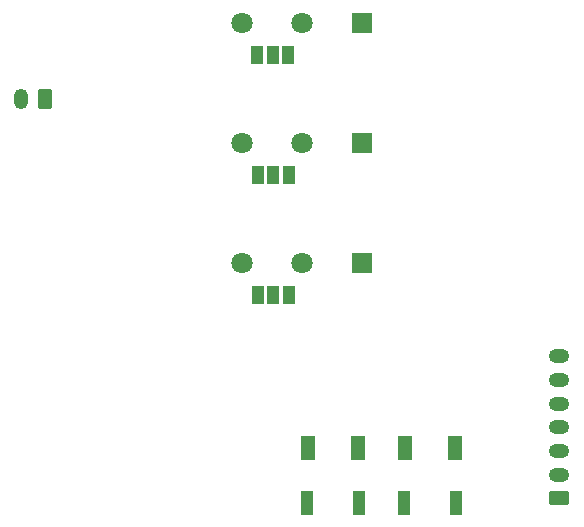
<source format=gbr>
%TF.GenerationSoftware,KiCad,Pcbnew,(6.0.7)*%
%TF.CreationDate,2023-03-06T01:25:52-05:00*%
%TF.ProjectId,CoreIO,436f7265-494f-42e6-9b69-6361645f7063,rev?*%
%TF.SameCoordinates,Original*%
%TF.FileFunction,Soldermask,Bot*%
%TF.FilePolarity,Negative*%
%FSLAX46Y46*%
G04 Gerber Fmt 4.6, Leading zero omitted, Abs format (unit mm)*
G04 Created by KiCad (PCBNEW (6.0.7)) date 2023-03-06 01:25:52*
%MOMM*%
%LPD*%
G01*
G04 APERTURE LIST*
G04 Aperture macros list*
%AMRoundRect*
0 Rectangle with rounded corners*
0 $1 Rounding radius*
0 $2 $3 $4 $5 $6 $7 $8 $9 X,Y pos of 4 corners*
0 Add a 4 corners polygon primitive as box body*
4,1,4,$2,$3,$4,$5,$6,$7,$8,$9,$2,$3,0*
0 Add four circle primitives for the rounded corners*
1,1,$1+$1,$2,$3*
1,1,$1+$1,$4,$5*
1,1,$1+$1,$6,$7*
1,1,$1+$1,$8,$9*
0 Add four rect primitives between the rounded corners*
20,1,$1+$1,$2,$3,$4,$5,0*
20,1,$1+$1,$4,$5,$6,$7,0*
20,1,$1+$1,$6,$7,$8,$9,0*
20,1,$1+$1,$8,$9,$2,$3,0*%
G04 Aperture macros list end*
%ADD10O,1.200000X1.750000*%
%ADD11RoundRect,0.250000X0.350000X0.625000X-0.350000X0.625000X-0.350000X-0.625000X0.350000X-0.625000X0*%
%ADD12C,1.800000*%
%ADD13R,1.800000X1.800000*%
%ADD14RoundRect,0.250000X0.625000X-0.350000X0.625000X0.350000X-0.625000X0.350000X-0.625000X-0.350000X0*%
%ADD15O,1.750000X1.200000*%
%ADD16R,1.300000X2.100000*%
%ADD17R,1.000000X2.000000*%
%ADD18R,1.000000X1.500000*%
G04 APERTURE END LIST*
D10*
%TO.C,J2*%
X122190000Y-67220000D03*
D11*
X124190000Y-67220000D03*
%TD*%
D12*
%TO.C,S1*%
X140863176Y-81059176D03*
X145943176Y-81059176D03*
D13*
X151023176Y-81059176D03*
%TD*%
D14*
%TO.C,J1*%
X167780605Y-100981317D03*
D15*
X167780605Y-98981317D03*
X167780605Y-96981317D03*
X167780605Y-94981317D03*
X167780605Y-92981317D03*
X167780605Y-90981317D03*
X167780605Y-88981317D03*
%TD*%
D13*
%TO.C,S2*%
X151023058Y-70888941D03*
D12*
X145943058Y-70888941D03*
X140863058Y-70888941D03*
%TD*%
D13*
%TO.C,S3*%
X151059176Y-60762470D03*
D12*
X145979176Y-60762470D03*
X140899176Y-60762470D03*
%TD*%
D16*
%TO.C,BT1*%
X146490000Y-96760000D03*
X150690000Y-96760000D03*
D17*
X146390000Y-101360000D03*
X150790000Y-101360000D03*
%TD*%
%TO.C,BT2*%
X154645000Y-101360000D03*
X159045000Y-101360000D03*
D16*
X158945000Y-96760000D03*
X154745000Y-96760000D03*
%TD*%
D18*
%TO.C,JP3*%
X144810000Y-63500000D03*
X143510000Y-63500000D03*
X142210000Y-63500000D03*
%TD*%
%TO.C,JP2*%
X144840000Y-73660000D03*
X143540000Y-73660000D03*
X142240000Y-73660000D03*
%TD*%
%TO.C,JP1*%
X144840000Y-83820000D03*
X143540000Y-83820000D03*
X142240000Y-83820000D03*
%TD*%
M02*

</source>
